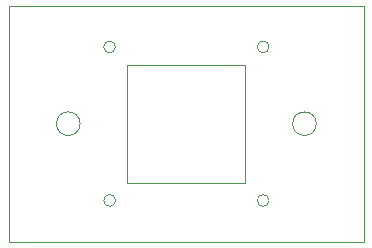
<source format=gbr>
G04 #@! TF.GenerationSoftware,KiCad,Pcbnew,5.1.5-52549c5~84~ubuntu18.04.1*
G04 #@! TF.CreationDate,2020-05-23T22:27:17-03:00*
G04 #@! TF.ProjectId,SampleHolder_Cryo,53616d70-6c65-4486-9f6c-6465725f4372,rev?*
G04 #@! TF.SameCoordinates,Original*
G04 #@! TF.FileFunction,Profile,NP*
%FSLAX46Y46*%
G04 Gerber Fmt 4.6, Leading zero omitted, Abs format (unit mm)*
G04 Created by KiCad (PCBNEW 5.1.5-52549c5~84~ubuntu18.04.1) date 2020-05-23 22:27:17*
%MOMM*%
%LPD*%
G04 APERTURE LIST*
%ADD10C,0.050000*%
G04 APERTURE END LIST*
D10*
X141000000Y-92000000D02*
G75*
G03X141000000Y-92000000I-1000000J0D01*
G01*
X161000000Y-92000000D02*
G75*
G03X161000000Y-92000000I-1000000J0D01*
G01*
X144000000Y-98500000D02*
G75*
G03X144000000Y-98500000I-500000J0D01*
G01*
X144000000Y-85500000D02*
G75*
G03X144000000Y-85500000I-500000J0D01*
G01*
X157000000Y-85500000D02*
G75*
G03X157000000Y-85500000I-500000J0D01*
G01*
X157000000Y-98500000D02*
G75*
G03X157000000Y-98500000I-500000J0D01*
G01*
X145000000Y-97000000D02*
X145000000Y-87000000D01*
X155000000Y-97000000D02*
X145000000Y-97000000D01*
X155000000Y-87000000D02*
X155000000Y-97000000D01*
X145000000Y-87000000D02*
X155000000Y-87000000D01*
X135000000Y-82000000D02*
X135000000Y-102000000D01*
X165000000Y-102000000D02*
X135000000Y-102000000D01*
X165000000Y-82000000D02*
X165000000Y-102000000D01*
X135000000Y-82000000D02*
X165000000Y-82000000D01*
M02*

</source>
